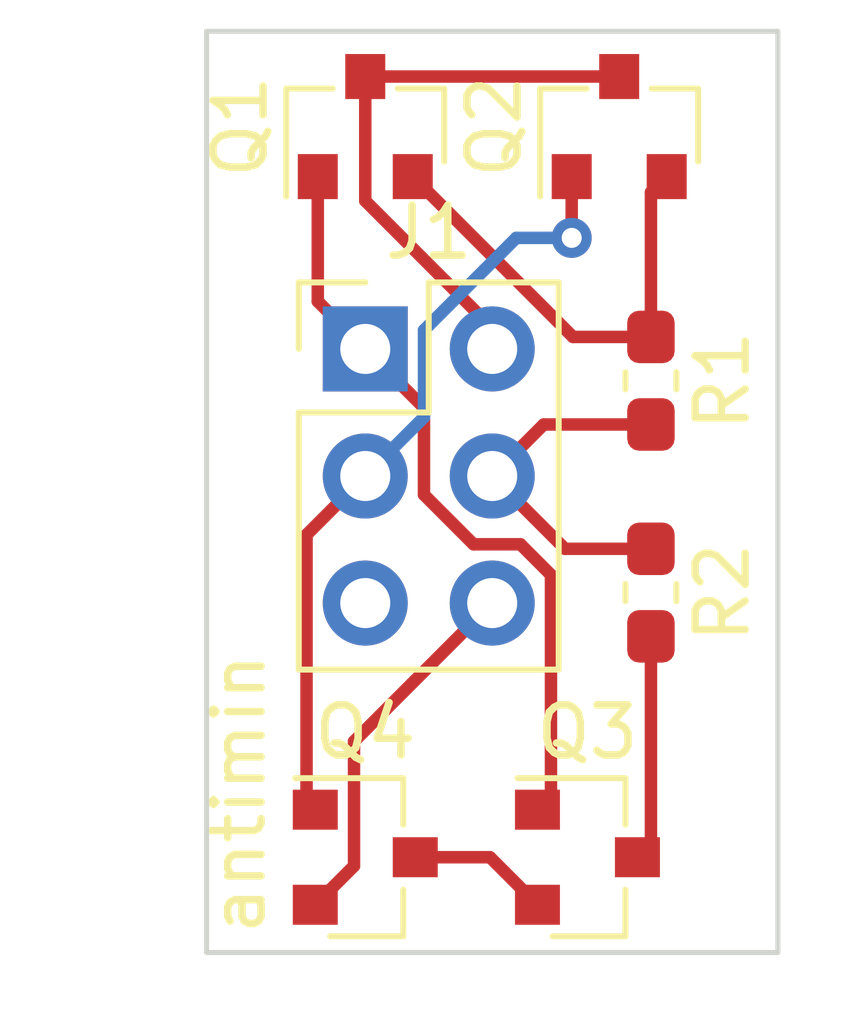
<source format=kicad_pcb>
(kicad_pcb (version 20171130) (host pcbnew 5.1.6)

  (general
    (thickness 1.6)
    (drawings 5)
    (tracks 38)
    (zones 0)
    (modules 7)
    (nets 10)
  )

  (page A4)
  (layers
    (0 F.Cu signal)
    (31 B.Cu signal)
    (32 B.Adhes user)
    (33 F.Adhes user)
    (34 B.Paste user)
    (35 F.Paste user)
    (36 B.SilkS user)
    (37 F.SilkS user)
    (38 B.Mask user)
    (39 F.Mask user)
    (40 Dwgs.User user)
    (41 Cmts.User user)
    (42 Eco1.User user)
    (43 Eco2.User user)
    (44 Edge.Cuts user)
    (45 Margin user)
    (46 B.CrtYd user)
    (47 F.CrtYd user)
    (48 B.Fab user)
    (49 F.Fab user)
  )

  (setup
    (last_trace_width 0.25)
    (user_trace_width 0.3)
    (trace_clearance 0.2)
    (zone_clearance 0.508)
    (zone_45_only no)
    (trace_min 0.2)
    (via_size 0.8)
    (via_drill 0.4)
    (via_min_size 0.4)
    (via_min_drill 0.3)
    (uvia_size 0.3)
    (uvia_drill 0.1)
    (uvias_allowed no)
    (uvia_min_size 0.2)
    (uvia_min_drill 0.1)
    (edge_width 0.05)
    (segment_width 0.2)
    (pcb_text_width 0.3)
    (pcb_text_size 1.5 1.5)
    (mod_edge_width 0.12)
    (mod_text_size 1 1)
    (mod_text_width 0.15)
    (pad_size 1.524 1.524)
    (pad_drill 0.762)
    (pad_to_mask_clearance 0.05)
    (aux_axis_origin 0 0)
    (visible_elements FFFFFF7F)
    (pcbplotparams
      (layerselection 0x010fc_ffffffff)
      (usegerberextensions false)
      (usegerberattributes true)
      (usegerberadvancedattributes true)
      (creategerberjobfile true)
      (excludeedgelayer true)
      (linewidth 0.100000)
      (plotframeref false)
      (viasonmask false)
      (mode 1)
      (useauxorigin false)
      (hpglpennumber 1)
      (hpglpenspeed 20)
      (hpglpendiameter 15.000000)
      (psnegative false)
      (psa4output false)
      (plotreference true)
      (plotvalue true)
      (plotinvisibletext false)
      (padsonsilk false)
      (subtractmaskfromsilk false)
      (outputformat 1)
      (mirror false)
      (drillshape 0)
      (scaleselection 1)
      (outputdirectory ""))
  )

  (net 0 "")
  (net 1 Vss)
  (net 2 "Net-(J1-Pad5)")
  (net 3 Out)
  (net 4 B)
  (net 5 Vdd)
  (net 6 A)
  (net 7 "Net-(Q1-Pad2)")
  (net 8 "Net-(Q3-Pad3)")
  (net 9 "Net-(Q3-Pad2)")

  (net_class Default "This is the default net class."
    (clearance 0.2)
    (trace_width 0.25)
    (via_dia 0.8)
    (via_drill 0.4)
    (uvia_dia 0.3)
    (uvia_drill 0.1)
    (add_net A)
    (add_net B)
    (add_net "Net-(J1-Pad5)")
    (add_net "Net-(Q1-Pad2)")
    (add_net "Net-(Q3-Pad2)")
    (add_net "Net-(Q3-Pad3)")
    (add_net Out)
    (add_net Vdd)
    (add_net Vss)
  )

  (module Resistor_SMD:R_0603_1608Metric_Pad1.05x0.95mm_HandSolder (layer F.Cu) (tedit 5B301BBD) (tstamp 5FDEFDF9)
    (at 90.17 62.02 270)
    (descr "Resistor SMD 0603 (1608 Metric), square (rectangular) end terminal, IPC_7351 nominal with elongated pad for handsoldering. (Body size source: http://www.tortai-tech.com/upload/download/2011102023233369053.pdf), generated with kicad-footprint-generator")
    (tags "resistor handsolder")
    (path /5FDFECE1)
    (attr smd)
    (fp_text reference R2 (at 0 -1.43 90) (layer F.SilkS)
      (effects (font (size 1 1) (thickness 0.15)))
    )
    (fp_text value 12k (at 0 1.43 90) (layer F.Fab)
      (effects (font (size 1 1) (thickness 0.15)))
    )
    (fp_line (start 1.65 0.73) (end -1.65 0.73) (layer F.CrtYd) (width 0.05))
    (fp_line (start 1.65 -0.73) (end 1.65 0.73) (layer F.CrtYd) (width 0.05))
    (fp_line (start -1.65 -0.73) (end 1.65 -0.73) (layer F.CrtYd) (width 0.05))
    (fp_line (start -1.65 0.73) (end -1.65 -0.73) (layer F.CrtYd) (width 0.05))
    (fp_line (start -0.171267 0.51) (end 0.171267 0.51) (layer F.SilkS) (width 0.12))
    (fp_line (start -0.171267 -0.51) (end 0.171267 -0.51) (layer F.SilkS) (width 0.12))
    (fp_line (start 0.8 0.4) (end -0.8 0.4) (layer F.Fab) (width 0.1))
    (fp_line (start 0.8 -0.4) (end 0.8 0.4) (layer F.Fab) (width 0.1))
    (fp_line (start -0.8 -0.4) (end 0.8 -0.4) (layer F.Fab) (width 0.1))
    (fp_line (start -0.8 0.4) (end -0.8 -0.4) (layer F.Fab) (width 0.1))
    (fp_text user %R (at 0 0 90) (layer F.Fab)
      (effects (font (size 0.4 0.4) (thickness 0.06)))
    )
    (pad 2 smd roundrect (at 0.875 0 270) (size 1.05 0.95) (layers F.Cu F.Paste F.Mask) (roundrect_rratio 0.25)
      (net 8 "Net-(Q3-Pad3)"))
    (pad 1 smd roundrect (at -0.875 0 270) (size 1.05 0.95) (layers F.Cu F.Paste F.Mask) (roundrect_rratio 0.25)
      (net 3 Out))
    (model ${KISYS3DMOD}/Resistor_SMD.3dshapes/R_0603_1608Metric.wrl
      (at (xyz 0 0 0))
      (scale (xyz 1 1 1))
      (rotate (xyz 0 0 0))
    )
  )

  (module Resistor_SMD:R_0603_1608Metric_Pad1.05x0.95mm_HandSolder (layer F.Cu) (tedit 5B301BBD) (tstamp 5FDEFDE8)
    (at 90.17 57.785 270)
    (descr "Resistor SMD 0603 (1608 Metric), square (rectangular) end terminal, IPC_7351 nominal with elongated pad for handsoldering. (Body size source: http://www.tortai-tech.com/upload/download/2011102023233369053.pdf), generated with kicad-footprint-generator")
    (tags "resistor handsolder")
    (path /5FEDDDB7)
    (attr smd)
    (fp_text reference R1 (at 0 -1.43 90) (layer F.SilkS)
      (effects (font (size 1 1) (thickness 0.15)))
    )
    (fp_text value 12k (at 0 1.43 90) (layer F.Fab)
      (effects (font (size 1 1) (thickness 0.15)))
    )
    (fp_line (start 1.65 0.73) (end -1.65 0.73) (layer F.CrtYd) (width 0.05))
    (fp_line (start 1.65 -0.73) (end 1.65 0.73) (layer F.CrtYd) (width 0.05))
    (fp_line (start -1.65 -0.73) (end 1.65 -0.73) (layer F.CrtYd) (width 0.05))
    (fp_line (start -1.65 0.73) (end -1.65 -0.73) (layer F.CrtYd) (width 0.05))
    (fp_line (start -0.171267 0.51) (end 0.171267 0.51) (layer F.SilkS) (width 0.12))
    (fp_line (start -0.171267 -0.51) (end 0.171267 -0.51) (layer F.SilkS) (width 0.12))
    (fp_line (start 0.8 0.4) (end -0.8 0.4) (layer F.Fab) (width 0.1))
    (fp_line (start 0.8 -0.4) (end 0.8 0.4) (layer F.Fab) (width 0.1))
    (fp_line (start -0.8 -0.4) (end 0.8 -0.4) (layer F.Fab) (width 0.1))
    (fp_line (start -0.8 0.4) (end -0.8 -0.4) (layer F.Fab) (width 0.1))
    (fp_text user %R (at 0 0 90) (layer F.Fab)
      (effects (font (size 0.4 0.4) (thickness 0.06)))
    )
    (pad 2 smd roundrect (at 0.875 0 270) (size 1.05 0.95) (layers F.Cu F.Paste F.Mask) (roundrect_rratio 0.25)
      (net 3 Out))
    (pad 1 smd roundrect (at -0.875 0 270) (size 1.05 0.95) (layers F.Cu F.Paste F.Mask) (roundrect_rratio 0.25)
      (net 7 "Net-(Q1-Pad2)"))
    (model ${KISYS3DMOD}/Resistor_SMD.3dshapes/R_0603_1608Metric.wrl
      (at (xyz 0 0 0))
      (scale (xyz 1 1 1))
      (rotate (xyz 0 0 0))
    )
  )

  (module Package_TO_SOT_SMD:SOT-23 (layer F.Cu) (tedit 5A02FF57) (tstamp 5FDEFDD7)
    (at 84.455 67.31)
    (descr "SOT-23, Standard")
    (tags SOT-23)
    (path /5FDF6C13)
    (attr smd)
    (fp_text reference Q4 (at 0 -2.5) (layer F.SilkS)
      (effects (font (size 1 1) (thickness 0.15)))
    )
    (fp_text value 2N7002E (at 0 2.5) (layer F.Fab)
      (effects (font (size 1 1) (thickness 0.15)))
    )
    (fp_line (start 0.76 1.58) (end -0.7 1.58) (layer F.SilkS) (width 0.12))
    (fp_line (start 0.76 -1.58) (end -1.4 -1.58) (layer F.SilkS) (width 0.12))
    (fp_line (start -1.7 1.75) (end -1.7 -1.75) (layer F.CrtYd) (width 0.05))
    (fp_line (start 1.7 1.75) (end -1.7 1.75) (layer F.CrtYd) (width 0.05))
    (fp_line (start 1.7 -1.75) (end 1.7 1.75) (layer F.CrtYd) (width 0.05))
    (fp_line (start -1.7 -1.75) (end 1.7 -1.75) (layer F.CrtYd) (width 0.05))
    (fp_line (start 0.76 -1.58) (end 0.76 -0.65) (layer F.SilkS) (width 0.12))
    (fp_line (start 0.76 1.58) (end 0.76 0.65) (layer F.SilkS) (width 0.12))
    (fp_line (start -0.7 1.52) (end 0.7 1.52) (layer F.Fab) (width 0.1))
    (fp_line (start 0.7 -1.52) (end 0.7 1.52) (layer F.Fab) (width 0.1))
    (fp_line (start -0.7 -0.95) (end -0.15 -1.52) (layer F.Fab) (width 0.1))
    (fp_line (start -0.15 -1.52) (end 0.7 -1.52) (layer F.Fab) (width 0.1))
    (fp_line (start -0.7 -0.95) (end -0.7 1.5) (layer F.Fab) (width 0.1))
    (fp_text user %R (at 0 0 90) (layer F.Fab)
      (effects (font (size 0.5 0.5) (thickness 0.075)))
    )
    (pad 3 smd rect (at 1 0) (size 0.9 0.8) (layers F.Cu F.Paste F.Mask)
      (net 9 "Net-(Q3-Pad2)"))
    (pad 2 smd rect (at -1 0.95) (size 0.9 0.8) (layers F.Cu F.Paste F.Mask)
      (net 1 Vss))
    (pad 1 smd rect (at -1 -0.95) (size 0.9 0.8) (layers F.Cu F.Paste F.Mask)
      (net 4 B))
    (model ${KISYS3DMOD}/Package_TO_SOT_SMD.3dshapes/SOT-23.wrl
      (at (xyz 0 0 0))
      (scale (xyz 1 1 1))
      (rotate (xyz 0 0 0))
    )
  )

  (module Package_TO_SOT_SMD:SOT-23 (layer F.Cu) (tedit 5A02FF57) (tstamp 5FDEFDC2)
    (at 88.9 67.31)
    (descr "SOT-23, Standard")
    (tags SOT-23)
    (path /5FDF24F2)
    (attr smd)
    (fp_text reference Q3 (at 0 -2.5) (layer F.SilkS)
      (effects (font (size 1 1) (thickness 0.15)))
    )
    (fp_text value 2N7002E (at 0 2.5) (layer F.Fab)
      (effects (font (size 1 1) (thickness 0.15)))
    )
    (fp_line (start 0.76 1.58) (end -0.7 1.58) (layer F.SilkS) (width 0.12))
    (fp_line (start 0.76 -1.58) (end -1.4 -1.58) (layer F.SilkS) (width 0.12))
    (fp_line (start -1.7 1.75) (end -1.7 -1.75) (layer F.CrtYd) (width 0.05))
    (fp_line (start 1.7 1.75) (end -1.7 1.75) (layer F.CrtYd) (width 0.05))
    (fp_line (start 1.7 -1.75) (end 1.7 1.75) (layer F.CrtYd) (width 0.05))
    (fp_line (start -1.7 -1.75) (end 1.7 -1.75) (layer F.CrtYd) (width 0.05))
    (fp_line (start 0.76 -1.58) (end 0.76 -0.65) (layer F.SilkS) (width 0.12))
    (fp_line (start 0.76 1.58) (end 0.76 0.65) (layer F.SilkS) (width 0.12))
    (fp_line (start -0.7 1.52) (end 0.7 1.52) (layer F.Fab) (width 0.1))
    (fp_line (start 0.7 -1.52) (end 0.7 1.52) (layer F.Fab) (width 0.1))
    (fp_line (start -0.7 -0.95) (end -0.15 -1.52) (layer F.Fab) (width 0.1))
    (fp_line (start -0.15 -1.52) (end 0.7 -1.52) (layer F.Fab) (width 0.1))
    (fp_line (start -0.7 -0.95) (end -0.7 1.5) (layer F.Fab) (width 0.1))
    (fp_text user %R (at 0 0 90) (layer F.Fab)
      (effects (font (size 0.5 0.5) (thickness 0.075)))
    )
    (pad 3 smd rect (at 1 0) (size 0.9 0.8) (layers F.Cu F.Paste F.Mask)
      (net 8 "Net-(Q3-Pad3)"))
    (pad 2 smd rect (at -1 0.95) (size 0.9 0.8) (layers F.Cu F.Paste F.Mask)
      (net 9 "Net-(Q3-Pad2)"))
    (pad 1 smd rect (at -1 -0.95) (size 0.9 0.8) (layers F.Cu F.Paste F.Mask)
      (net 6 A))
    (model ${KISYS3DMOD}/Package_TO_SOT_SMD.3dshapes/SOT-23.wrl
      (at (xyz 0 0 0))
      (scale (xyz 1 1 1))
      (rotate (xyz 0 0 0))
    )
  )

  (module Package_TO_SOT_SMD:SOT-23 (layer F.Cu) (tedit 5A02FF57) (tstamp 5FDEFDAD)
    (at 89.535 52.705 90)
    (descr "SOT-23, Standard")
    (tags SOT-23)
    (path /5FDEFB0A)
    (attr smd)
    (fp_text reference Q2 (at 0 -2.5 90) (layer F.SilkS)
      (effects (font (size 1 1) (thickness 0.15)))
    )
    (fp_text value BSS84 (at 0 2.5 90) (layer F.Fab)
      (effects (font (size 1 1) (thickness 0.15)))
    )
    (fp_line (start 0.76 1.58) (end -0.7 1.58) (layer F.SilkS) (width 0.12))
    (fp_line (start 0.76 -1.58) (end -1.4 -1.58) (layer F.SilkS) (width 0.12))
    (fp_line (start -1.7 1.75) (end -1.7 -1.75) (layer F.CrtYd) (width 0.05))
    (fp_line (start 1.7 1.75) (end -1.7 1.75) (layer F.CrtYd) (width 0.05))
    (fp_line (start 1.7 -1.75) (end 1.7 1.75) (layer F.CrtYd) (width 0.05))
    (fp_line (start -1.7 -1.75) (end 1.7 -1.75) (layer F.CrtYd) (width 0.05))
    (fp_line (start 0.76 -1.58) (end 0.76 -0.65) (layer F.SilkS) (width 0.12))
    (fp_line (start 0.76 1.58) (end 0.76 0.65) (layer F.SilkS) (width 0.12))
    (fp_line (start -0.7 1.52) (end 0.7 1.52) (layer F.Fab) (width 0.1))
    (fp_line (start 0.7 -1.52) (end 0.7 1.52) (layer F.Fab) (width 0.1))
    (fp_line (start -0.7 -0.95) (end -0.15 -1.52) (layer F.Fab) (width 0.1))
    (fp_line (start -0.15 -1.52) (end 0.7 -1.52) (layer F.Fab) (width 0.1))
    (fp_line (start -0.7 -0.95) (end -0.7 1.5) (layer F.Fab) (width 0.1))
    (fp_text user %R (at 0 0) (layer F.Fab)
      (effects (font (size 0.5 0.5) (thickness 0.075)))
    )
    (pad 3 smd rect (at 1 0 90) (size 0.9 0.8) (layers F.Cu F.Paste F.Mask)
      (net 5 Vdd))
    (pad 2 smd rect (at -1 0.95 90) (size 0.9 0.8) (layers F.Cu F.Paste F.Mask)
      (net 7 "Net-(Q1-Pad2)"))
    (pad 1 smd rect (at -1 -0.95 90) (size 0.9 0.8) (layers F.Cu F.Paste F.Mask)
      (net 4 B))
    (model ${KISYS3DMOD}/Package_TO_SOT_SMD.3dshapes/SOT-23.wrl
      (at (xyz 0 0 0))
      (scale (xyz 1 1 1))
      (rotate (xyz 0 0 0))
    )
  )

  (module Package_TO_SOT_SMD:SOT-23 (layer F.Cu) (tedit 5A02FF57) (tstamp 5FDEFD98)
    (at 84.455 52.705 90)
    (descr "SOT-23, Standard")
    (tags SOT-23)
    (path /5FDF1E4D)
    (attr smd)
    (fp_text reference Q1 (at 0 -2.5 90) (layer F.SilkS)
      (effects (font (size 1 1) (thickness 0.15)))
    )
    (fp_text value BSS84 (at 0 2.5 90) (layer F.Fab)
      (effects (font (size 1 1) (thickness 0.15)))
    )
    (fp_line (start 0.76 1.58) (end -0.7 1.58) (layer F.SilkS) (width 0.12))
    (fp_line (start 0.76 -1.58) (end -1.4 -1.58) (layer F.SilkS) (width 0.12))
    (fp_line (start -1.7 1.75) (end -1.7 -1.75) (layer F.CrtYd) (width 0.05))
    (fp_line (start 1.7 1.75) (end -1.7 1.75) (layer F.CrtYd) (width 0.05))
    (fp_line (start 1.7 -1.75) (end 1.7 1.75) (layer F.CrtYd) (width 0.05))
    (fp_line (start -1.7 -1.75) (end 1.7 -1.75) (layer F.CrtYd) (width 0.05))
    (fp_line (start 0.76 -1.58) (end 0.76 -0.65) (layer F.SilkS) (width 0.12))
    (fp_line (start 0.76 1.58) (end 0.76 0.65) (layer F.SilkS) (width 0.12))
    (fp_line (start -0.7 1.52) (end 0.7 1.52) (layer F.Fab) (width 0.1))
    (fp_line (start 0.7 -1.52) (end 0.7 1.52) (layer F.Fab) (width 0.1))
    (fp_line (start -0.7 -0.95) (end -0.15 -1.52) (layer F.Fab) (width 0.1))
    (fp_line (start -0.15 -1.52) (end 0.7 -1.52) (layer F.Fab) (width 0.1))
    (fp_line (start -0.7 -0.95) (end -0.7 1.5) (layer F.Fab) (width 0.1))
    (fp_text user %R (at 0 0) (layer F.Fab)
      (effects (font (size 0.5 0.5) (thickness 0.075)))
    )
    (pad 3 smd rect (at 1 0 90) (size 0.9 0.8) (layers F.Cu F.Paste F.Mask)
      (net 5 Vdd))
    (pad 2 smd rect (at -1 0.95 90) (size 0.9 0.8) (layers F.Cu F.Paste F.Mask)
      (net 7 "Net-(Q1-Pad2)"))
    (pad 1 smd rect (at -1 -0.95 90) (size 0.9 0.8) (layers F.Cu F.Paste F.Mask)
      (net 6 A))
    (model ${KISYS3DMOD}/Package_TO_SOT_SMD.3dshapes/SOT-23.wrl
      (at (xyz 0 0 0))
      (scale (xyz 1 1 1))
      (rotate (xyz 0 0 0))
    )
  )

  (module Connector_PinHeader_2.54mm:PinHeader_2x03_P2.54mm_Vertical (layer F.Cu) (tedit 59FED5CC) (tstamp 5FDEFD83)
    (at 84.455 57.15)
    (descr "Through hole straight pin header, 2x03, 2.54mm pitch, double rows")
    (tags "Through hole pin header THT 2x03 2.54mm double row")
    (path /5FE06094)
    (fp_text reference J1 (at 1.27 -2.33) (layer F.SilkS)
      (effects (font (size 1 1) (thickness 0.15)))
    )
    (fp_text value Conn_02x03_Odd_Even (at 1.27 7.41) (layer F.Fab)
      (effects (font (size 1 1) (thickness 0.15)))
    )
    (fp_line (start 4.35 -1.8) (end -1.8 -1.8) (layer F.CrtYd) (width 0.05))
    (fp_line (start 4.35 6.85) (end 4.35 -1.8) (layer F.CrtYd) (width 0.05))
    (fp_line (start -1.8 6.85) (end 4.35 6.85) (layer F.CrtYd) (width 0.05))
    (fp_line (start -1.8 -1.8) (end -1.8 6.85) (layer F.CrtYd) (width 0.05))
    (fp_line (start -1.33 -1.33) (end 0 -1.33) (layer F.SilkS) (width 0.12))
    (fp_line (start -1.33 0) (end -1.33 -1.33) (layer F.SilkS) (width 0.12))
    (fp_line (start 1.27 -1.33) (end 3.87 -1.33) (layer F.SilkS) (width 0.12))
    (fp_line (start 1.27 1.27) (end 1.27 -1.33) (layer F.SilkS) (width 0.12))
    (fp_line (start -1.33 1.27) (end 1.27 1.27) (layer F.SilkS) (width 0.12))
    (fp_line (start 3.87 -1.33) (end 3.87 6.41) (layer F.SilkS) (width 0.12))
    (fp_line (start -1.33 1.27) (end -1.33 6.41) (layer F.SilkS) (width 0.12))
    (fp_line (start -1.33 6.41) (end 3.87 6.41) (layer F.SilkS) (width 0.12))
    (fp_line (start -1.27 0) (end 0 -1.27) (layer F.Fab) (width 0.1))
    (fp_line (start -1.27 6.35) (end -1.27 0) (layer F.Fab) (width 0.1))
    (fp_line (start 3.81 6.35) (end -1.27 6.35) (layer F.Fab) (width 0.1))
    (fp_line (start 3.81 -1.27) (end 3.81 6.35) (layer F.Fab) (width 0.1))
    (fp_line (start 0 -1.27) (end 3.81 -1.27) (layer F.Fab) (width 0.1))
    (fp_text user %R (at 1.27 2.54 90) (layer F.Fab)
      (effects (font (size 1 1) (thickness 0.15)))
    )
    (pad 6 thru_hole oval (at 2.54 5.08) (size 1.7 1.7) (drill 1) (layers *.Cu *.Mask)
      (net 1 Vss))
    (pad 5 thru_hole oval (at 0 5.08) (size 1.7 1.7) (drill 1) (layers *.Cu *.Mask)
      (net 2 "Net-(J1-Pad5)"))
    (pad 4 thru_hole oval (at 2.54 2.54) (size 1.7 1.7) (drill 1) (layers *.Cu *.Mask)
      (net 3 Out))
    (pad 3 thru_hole oval (at 0 2.54) (size 1.7 1.7) (drill 1) (layers *.Cu *.Mask)
      (net 4 B))
    (pad 2 thru_hole oval (at 2.54 0) (size 1.7 1.7) (drill 1) (layers *.Cu *.Mask)
      (net 5 Vdd))
    (pad 1 thru_hole rect (at 0 0) (size 1.7 1.7) (drill 1) (layers *.Cu *.Mask)
      (net 6 A))
    (model ${KISYS3DMOD}/Connector_PinHeader_2.54mm.3dshapes/PinHeader_2x03_P2.54mm_Vertical.wrl
      (at (xyz 0 0 0))
      (scale (xyz 1 1 1))
      (rotate (xyz 0 0 0))
    )
  )

  (gr_line (start 92.71 50.8) (end 92.71 69.215) (layer Edge.Cuts) (width 0.1))
  (gr_line (start 81.28 50.8) (end 92.71 50.8) (layer Edge.Cuts) (width 0.1))
  (gr_line (start 81.28 69.215) (end 81.28 50.8) (layer Edge.Cuts) (width 0.1))
  (gr_line (start 92.71 69.215) (end 81.28 69.215) (layer Edge.Cuts) (width 0.1))
  (gr_text "antimin\n" (at 81.915 66.04 90) (layer F.SilkS)
    (effects (font (size 1 1) (thickness 0.15)))
  )

  (segment (start 84.230001 64.994999) (end 86.995 62.23) (width 0.25) (layer F.Cu) (net 1))
  (segment (start 84.230001 67.484999) (end 84.230001 64.994999) (width 0.25) (layer F.Cu) (net 1))
  (segment (start 83.455 68.26) (end 84.230001 67.484999) (width 0.25) (layer F.Cu) (net 1))
  (segment (start 88.45 61.145) (end 86.995 59.69) (width 0.25) (layer F.Cu) (net 3))
  (segment (start 90.17 61.145) (end 88.45 61.145) (width 0.25) (layer F.Cu) (net 3))
  (segment (start 88.025 58.66) (end 86.995 59.69) (width 0.25) (layer F.Cu) (net 3))
  (segment (start 90.17 58.66) (end 88.025 58.66) (width 0.25) (layer F.Cu) (net 3))
  (segment (start 88.585 53.705) (end 88.585 54.93) (width 0.25) (layer F.Cu) (net 4))
  (segment (start 88.585 54.93) (end 88.585 54.93) (width 0.25) (layer F.Cu) (net 4) (tstamp 5FDF0263))
  (via (at 88.585 54.93) (size 0.8) (drill 0.4) (layers F.Cu B.Cu) (net 4))
  (segment (start 85.630001 58.514999) (end 84.455 59.69) (width 0.25) (layer B.Cu) (net 4))
  (segment (start 85.630001 56.775997) (end 85.630001 58.514999) (width 0.25) (layer B.Cu) (net 4))
  (segment (start 87.475998 54.93) (end 85.630001 56.775997) (width 0.25) (layer B.Cu) (net 4))
  (segment (start 88.585 54.93) (end 87.475998 54.93) (width 0.25) (layer B.Cu) (net 4))
  (segment (start 83.279999 66.184999) (end 83.279999 60.865001) (width 0.25) (layer F.Cu) (net 4))
  (segment (start 83.279999 60.865001) (end 84.455 59.69) (width 0.25) (layer F.Cu) (net 4))
  (segment (start 83.455 66.36) (end 83.279999 66.184999) (width 0.25) (layer F.Cu) (net 4))
  (segment (start 89.535 51.705) (end 84.455 51.705) (width 0.25) (layer F.Cu) (net 5))
  (segment (start 86.995 56.730002) (end 86.995 57.15) (width 0.25) (layer F.Cu) (net 5))
  (segment (start 84.455 54.190002) (end 86.995 56.730002) (width 0.25) (layer F.Cu) (net 5))
  (segment (start 84.455 51.705) (end 84.455 54.190002) (width 0.25) (layer F.Cu) (net 5))
  (segment (start 83.505 56.2) (end 84.455 57.15) (width 0.25) (layer F.Cu) (net 6))
  (segment (start 83.505 53.705) (end 83.505 56.2) (width 0.25) (layer F.Cu) (net 6))
  (segment (start 85.630001 58.325001) (end 84.455 57.15) (width 0.25) (layer F.Cu) (net 6))
  (segment (start 85.630001 60.064003) (end 85.630001 58.325001) (width 0.25) (layer F.Cu) (net 6))
  (segment (start 86.620997 61.054999) (end 85.630001 60.064003) (width 0.25) (layer F.Cu) (net 6))
  (segment (start 87.559001 61.054999) (end 86.620997 61.054999) (width 0.25) (layer F.Cu) (net 6))
  (segment (start 88.170001 61.665999) (end 87.559001 61.054999) (width 0.25) (layer F.Cu) (net 6))
  (segment (start 88.170001 66.089999) (end 88.170001 61.665999) (width 0.25) (layer F.Cu) (net 6))
  (segment (start 87.9 66.36) (end 88.170001 66.089999) (width 0.25) (layer F.Cu) (net 6))
  (segment (start 90.17 54.02) (end 90.485 53.705) (width 0.25) (layer F.Cu) (net 7))
  (segment (start 90.17 56.91) (end 90.17 54.02) (width 0.25) (layer F.Cu) (net 7))
  (segment (start 88.61 56.91) (end 90.17 56.91) (width 0.25) (layer F.Cu) (net 7))
  (segment (start 85.405 53.705) (end 88.61 56.91) (width 0.25) (layer F.Cu) (net 7))
  (segment (start 90.17 67.04) (end 89.9 67.31) (width 0.25) (layer F.Cu) (net 8))
  (segment (start 90.17 62.895) (end 90.17 67.04) (width 0.25) (layer F.Cu) (net 8))
  (segment (start 86.95 67.31) (end 87.9 68.26) (width 0.25) (layer F.Cu) (net 9))
  (segment (start 85.455 67.31) (end 86.95 67.31) (width 0.25) (layer F.Cu) (net 9))

)

</source>
